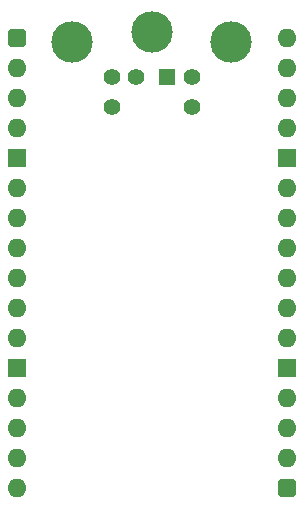
<source format=gbs>
%TF.GenerationSoftware,KiCad,Pcbnew,8.0.7*%
%TF.CreationDate,2025-01-29T17:21:48+02:00*%
%TF.ProjectId,PS2 Timing,50533220-5469-46d6-996e-672e6b696361,V1*%
%TF.SameCoordinates,Original*%
%TF.FileFunction,Soldermask,Bot*%
%TF.FilePolarity,Negative*%
%FSLAX46Y46*%
G04 Gerber Fmt 4.6, Leading zero omitted, Abs format (unit mm)*
G04 Created by KiCad (PCBNEW 8.0.7) date 2025-01-29 17:21:48*
%MOMM*%
%LPD*%
G01*
G04 APERTURE LIST*
G04 Aperture macros list*
%AMRoundRect*
0 Rectangle with rounded corners*
0 $1 Rounding radius*
0 $2 $3 $4 $5 $6 $7 $8 $9 X,Y pos of 4 corners*
0 Add a 4 corners polygon primitive as box body*
4,1,4,$2,$3,$4,$5,$6,$7,$8,$9,$2,$3,0*
0 Add four circle primitives for the rounded corners*
1,1,$1+$1,$2,$3*
1,1,$1+$1,$4,$5*
1,1,$1+$1,$6,$7*
1,1,$1+$1,$8,$9*
0 Add four rect primitives between the rounded corners*
20,1,$1+$1,$2,$3,$4,$5,0*
20,1,$1+$1,$4,$5,$6,$7,0*
20,1,$1+$1,$6,$7,$8,$9,0*
20,1,$1+$1,$8,$9,$2,$3,0*%
G04 Aperture macros list end*
%ADD10RoundRect,0.400000X-0.400000X-0.400000X0.400000X-0.400000X0.400000X0.400000X-0.400000X0.400000X0*%
%ADD11O,1.600000X1.600000*%
%ADD12R,1.600000X1.600000*%
%ADD13C,3.510000*%
%ADD14R,1.400000X1.400000*%
%ADD15C,1.400000*%
G04 APERTURE END LIST*
D10*
%TO.C,J2*%
X0Y0D03*
D11*
X0Y-2540000D03*
X0Y-5080000D03*
X0Y-7620000D03*
D12*
X0Y-10160000D03*
D11*
X0Y-12700000D03*
X0Y-15240000D03*
X0Y-17780000D03*
X0Y-20320000D03*
X0Y-22860000D03*
X0Y-25400000D03*
D12*
X0Y-27940000D03*
D11*
X0Y-30480000D03*
X0Y-33020000D03*
X0Y-35560000D03*
X0Y-38100000D03*
D10*
X22860000Y-38100000D03*
D11*
X22860000Y-35560000D03*
X22860000Y-33020000D03*
X22860000Y-30480000D03*
D12*
X22860000Y-27940000D03*
D11*
X22860000Y-25400000D03*
X22860000Y-22860000D03*
X22860000Y-20320000D03*
X22860000Y-17780000D03*
X22860000Y-15240000D03*
X22860000Y-12700000D03*
D12*
X22860000Y-10160000D03*
D11*
X22860000Y-7620000D03*
X22860000Y-5080000D03*
X22860000Y-2540000D03*
X22860000Y0D03*
%TD*%
D13*
%TO.C,J4*%
X4680000Y-292000D03*
X11430000Y508000D03*
X18180000Y-292000D03*
D14*
X12730000Y-3292000D03*
D15*
X10130000Y-3292000D03*
X14830000Y-3292000D03*
X8030000Y-3292000D03*
X14830000Y-5792000D03*
X8030000Y-5792000D03*
%TD*%
M02*

</source>
